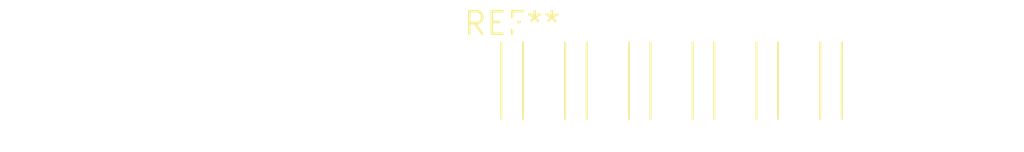
<source format=kicad_pcb>
(kicad_pcb (version 20240108) (generator pcbnew)
  (layers (0 "F.Cu" signal) (31 "B.Cu" signal) (34 "B.Paste" user) (35 "F.Paste" user) (36 "B.SilkS" user "B.Silkscreen") (37 "F.SilkS" user "F.Silkscreen") (38 "B.Mask" user) (39 "F.Mask" user) (44 "Edge.Cuts" user))
  (net 0 "")
  (footprint "SolderWire-0.1sqmm_1x06_P3.6mm_D0.4mm_OD1mm_Relief" (layer "F.Cu") (at 0 0)
    (property "Reference" "REF**")
    (property "Value" "SolderWire-0.1sqmm_1x06_P3.6mm_D0.4mm_OD1mm_Relief")
    (fp_line (start -0.61 1.06) (end -0.61 5.39) (layer "F.SilkS") (stroke (width 0.12)))
    (fp_line (start 0.61 1.06) (end 0.61 5.39) (layer "F.SilkS") (stroke (width 0.12)))
    (fp_line (start 2.99 1.06) (end 2.99 5.39) (layer "F.SilkS") (stroke (width 0.12)))
    (fp_line (start 4.21 1.06) (end 4.21 5.39) (layer "F.SilkS") (stroke (width 0.12)))
    (fp_line (start 6.59 1.06) (end 6.59 5.39) (layer "F.SilkS") (stroke (width 0.12)))
    (fp_line (start 7.81 1.06) (end 7.81 5.39) (layer "F.SilkS") (stroke (width 0.12)))
    (fp_line (start 10.19 1.06) (end 10.19 5.39) (layer "F.SilkS") (stroke (width 0.12)))
    (fp_line (start 11.41 1.06) (end 11.41 5.39) (layer "F.SilkS") (stroke (width 0.12)))
    (fp_line (start 13.79 1.06) (end 13.79 5.39) (layer "F.SilkS") (stroke (width 0.12)))
    (fp_line (start 15.01 1.06) (end 15.01 5.39) (layer "F.SilkS") (stroke (width 0.12)))
    (fp_line (start 17.39 1.06) (end 17.39 5.39) (layer "F.SilkS") (stroke (width 0.12)))
    (fp_line (start 18.61 1.06) (end 18.61 5.39) (layer "F.SilkS") (stroke (width 0.12)))
    (pad "" np_thru_hole circle (at 0 6) (size 1.5 1.5) (drill 1.5) (layers *.Cu *.Mask))
    (pad "" np_thru_hole circle (at 3.6 6) (size 1.5 1.5) (drill 1.5) (layers *.Cu *.Mask))
    (pad "" np_thru_hole circle (at 7.2 6) (size 1.5 1.5) (drill 1.5) (layers *.Cu *.Mask))
    (pad "" np_thru_hole circle (at 10.8 6) (size 1.5 1.5) (drill 1.5) (layers *.Cu *.Mask))
    (pad "" np_thru_hole circle (at 14.4 6) (size 1.5 1.5) (drill 1.5) (layers *.Cu *.Mask))
    (pad "" np_thru_hole circle (at 18 6) (size 1.5 1.5) (drill 1.5) (layers *.Cu *.Mask))
    (pad "1" thru_hole roundrect (at 0 0) (size 1.6 1.6) (drill 0.6) (layers *.Cu *.Mask) (remove_unused_layers) (roundrect_rratio 0.15625))
    (pad "2" thru_hole circle (at 3.6 0) (size 1.6 1.6) (drill 0.6) (layers *.Cu *.Mask) (remove_unused_layers))
    (pad "3" thru_hole circle (at 7.2 0) (size 1.6 1.6) (drill 0.6) (layers *.Cu *.Mask) (remove_unused_layers))
    (pad "4" thru_hole circle (at 10.8 0) (size 1.6 1.6) (drill 0.6) (layers *.Cu *.Mask) (remove_unused_layers))
    (pad "5" thru_hole circle (at 14.4 0) (size 1.6 1.6) (drill 0.6) (layers *.Cu *.Mask) (remove_unused_layers))
    (pad "6" thru_hole circle (at 18 0) (size 1.6 1.6) (drill 0.6) (layers *.Cu *.Mask) (remove_unused_layers))
  )
)
</source>
